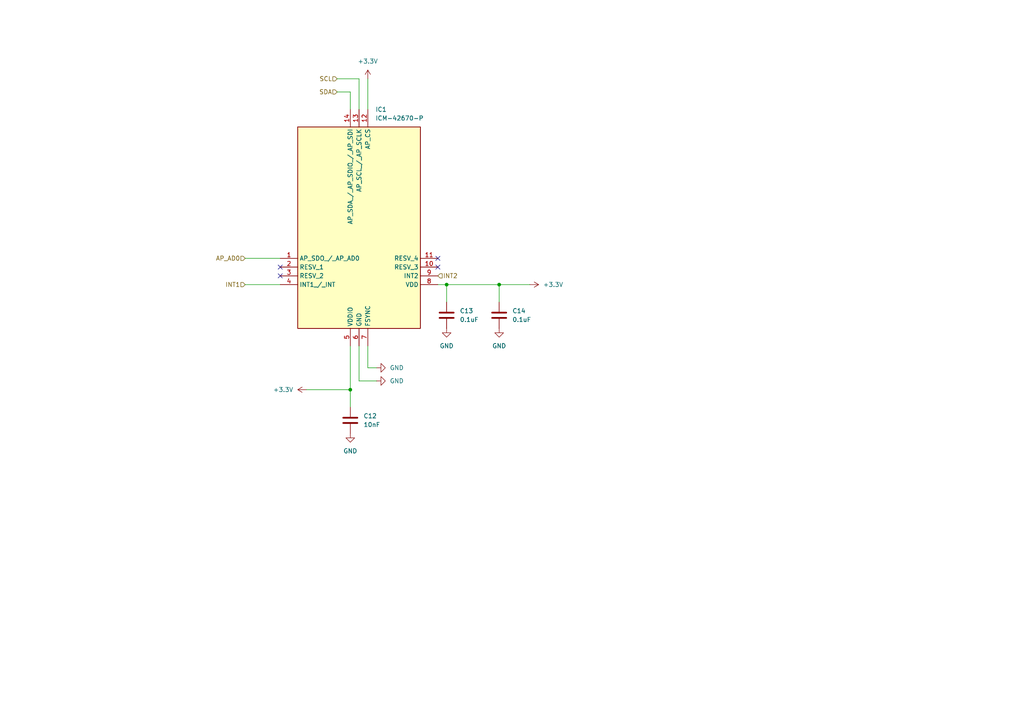
<source format=kicad_sch>
(kicad_sch (version 20250114) (generator "eeschema") (generator_version "9.0")
  (paper "A4")
  (title_block (title "IMU"))
  (lib_symbols
    (symbol "Device:C" (pin_numbers (hide yes)) (pin_names (offset 0.254))
      (property "Reference" "C" (at 0.635 2.54 0))
      (property "Value" "C" (at 0.635 -2.54 0))
      (symbol "C_0_1"
        (polyline (pts (xy -2.032 0.762) (xy 2.032 0.762)) (stroke (width 0.508)))
        (polyline (pts (xy -2.032 -0.762) (xy 2.032 -0.762)) (stroke (width 0.508)))
      )
      (symbol "C_1_1"
        (pin passive line (at 0 3.81 270) (length 2.794) (name "~") (number "1"))
        (pin passive line (at 0 -3.81 90) (length 2.794) (name "~") (number "2"))
      )
    )
    (symbol "PlajTime:ICM-42670-P"
      (property "Reference" "IC" (at 41.91 43.18 0))
      (property "Value" "ICM-42670-P" (at 41.91 40.64 0))
      (symbol "ICM-42670-P_1_1"
        (rectangle (start 5.08 38.1) (end 40.64 -20.32) (stroke (width 0.254)) (fill (type background)))
        (pin passive line (at 0 0 0) (length 5.08) (name "AP_SDO_/_AP_AD0") (number "1"))
        (pin passive line (at 0 -2.54 0) (length 5.08) (name "RESV_1") (number "2"))
        (pin passive line (at 0 -5.08 0) (length 5.08) (name "RESV_2") (number "3"))
        (pin passive line (at 0 -7.62 0) (length 5.08) (name "INT1_/_INT") (number "4"))
        (pin passive line (at 20.32 43.18 270) (length 5.08) (name "AP_SDA_/_AP_SDIO_/_AP_SDI") (number "14"))
        (pin passive line (at 20.32 -25.4 90) (length 5.08) (name "VDDIO") (number "5"))
        (pin passive line (at 22.86 43.18 270) (length 5.08) (name "AP_SCL_/_AP_SCLK") (number "13"))
        (pin passive line (at 22.86 -25.4 90) (length 5.08) (name "GND") (number "6"))
        (pin passive line (at 25.4 43.18 270) (length 5.08) (name "AP_CS") (number "12"))
        (pin passive line (at 25.4 -25.4 90) (length 5.08) (name "FSYNC") (number "7"))
        (pin passive line (at 45.72 0 180) (length 5.08) (name "RESV_4") (number "11"))
        (pin passive line (at 45.72 -2.54 180) (length 5.08) (name "RESV_3") (number "10"))
        (pin passive line (at 45.72 -5.08 180) (length 5.08) (name "INT2") (number "9"))
        (pin passive line (at 45.72 -7.62 180) (length 5.08) (name "VDD") (number "8"))
      )
    )
    (symbol "power:+3.3V" (power) (pin_numbers (hide yes)) (pin_names (offset 0) (hide yes))
      (property "Value" "+3.3V" (at 0 3.556 0))
      (symbol "+3.3V_0_1"
        (polyline (pts (xy -0.762 1.27) (xy 0 2.54)))
        (polyline (pts (xy 0 2.54) (xy 0.762 1.27)))
        (polyline (pts (xy 0 0) (xy 0 2.54)))
      )
      (symbol "+3.3V_1_1"
        (pin power_in line (at 0 0 90) (length 0) (name "~") (number "1"))
      )
    )
    (symbol "power:GND" (power) (pin_numbers (hide yes)) (pin_names (offset 0) (hide yes))
      (property "Value" "GND" (at 0 -3.81 0))
      (symbol "GND_0_1"
        (polyline (pts (xy 0 0) (xy 0 -1.27) (xy 1.27 -1.27) (xy 0 -2.54) (xy -1.27 -1.27) (xy 0 -1.27)))
      )
      (symbol "GND_1_1"
        (pin power_in line (at 0 0 270) (length 0) (name "~") (number "1"))
      )
    )
  )
  (junction (at 101.6 113.03))
  (junction (at 129.54 82.55))
  (junction (at 144.78 82.55))
  (no_connect (at 81.28 80.01))
  (no_connect (at 127 74.93))
  (no_connect (at 81.28 77.47))
  (no_connect (at 127 77.47))
  (wire (pts (xy 109.22 106.68) (xy 106.68 106.68)))
  (wire (pts (xy 144.78 82.55) (xy 153.67 82.55)))
  (wire (pts (xy 127 82.55) (xy 129.54 82.55)))
  (wire (pts (xy 71.12 74.93) (xy 81.28 74.93)))
  (wire (pts (xy 144.78 82.55) (xy 144.78 87.63)))
  (wire (pts (xy 101.6 26.67) (xy 101.6 31.75)))
  (wire (pts (xy 109.22 110.49) (xy 104.14 110.49)))
  (wire (pts (xy 97.79 26.67) (xy 101.6 26.67)))
  (wire (pts (xy 104.14 22.86) (xy 104.14 31.75)))
  (wire (pts (xy 101.6 113.03) (xy 101.6 118.11)))
  (wire (pts (xy 104.14 110.49) (xy 104.14 100.33)))
  (wire (pts (xy 129.54 82.55) (xy 144.78 82.55)))
  (wire (pts (xy 71.12 82.55) (xy 81.28 82.55)))
  (wire (pts (xy 106.68 22.86) (xy 106.68 31.75)))
  (wire (pts (xy 106.68 106.68) (xy 106.68 100.33)))
  (wire (pts (xy 101.6 113.03) (xy 88.9 113.03)))
  (wire (pts (xy 101.6 100.33) (xy 101.6 113.03)))
  (wire (pts (xy 129.54 82.55) (xy 129.54 87.63)))
  (wire (pts (xy 97.79 22.86) (xy 104.14 22.86)))
  (hierarchical_label "INT1" (shape input) (at 71.12 82.55 180))
  (hierarchical_label "SDA" (shape input) (at 97.79 26.67 180))
  (hierarchical_label "SCL" (shape input) (at 97.79 22.86 180))
  (hierarchical_label "AP_AD0" (shape input) (at 71.12 74.93 180))
  (hierarchical_label "INT2" (shape input) (at 127 80.01 0))
  (symbol (lib_id "power:+3.3V") (at 88.9 113.03 90) (unit 1)
    (property "Reference" "#PWR027" (effects (hide yes)))
    (property "Value" "+3.3V" (at 85.09 113.0299 90) (effects (justify left)))
    (property "Description" "Power symbol creates a global label with name \"+3.3V\"" (effects (hide yes)))
  )
  (symbol (lib_id "power:GND") (at 101.6 125.73 0) (unit 1)
    (property "Reference" "#PWR028" (effects (hide yes)))
    (property "Value" "GND" (at 101.6 130.81 0))
    (property "Description" "Power symbol creates a global label with name \"GND\" , ground" (effects (hide yes)))
  )
  (symbol (lib_id "Device:C") (at 129.54 91.44 0) (unit 1)
    (property "Reference" "C13" (at 133.35 90.1699 0) (effects (justify left)))
    (property "Value" "0.1uF" (at 133.35 92.7099 0) (effects (justify left)))
    (property "Footprint" "Capacitor_SMD:C_0201_0603Metric" (effects (hide yes)))
    (property "Description" "Unpolarized capacitor" (effects (hide yes)))
  )
  (symbol (lib_id "PlajTime:ICM-42670-P") (at 81.28 74.93 0) (unit 1)
    (property "Reference" "IC1" (at 108.8741 31.75 0) (effects (justify left)))
    (property "Value" "ICM-42670-P" (at 108.8741 34.29 0) (effects (justify left)))
    (property "Footprint" "PlajTime_Library:ICM42670P" (effects (hide yes)))
    (property "Datasheet" "https://3cfeqx1hf82y3xcoull08ihx-wpengine.netdna-ssl.com/wp-content/uploads/2021/07/DS-000451-ICM-42670-P-v1.0.pdf" (effects (hide yes)))
    (property "Description" "IMUs - Inertial Measurement Units Low-Power, Premium Performance 6-Axis MotionTrackingTM IMU with I3C, I2C and SPI interface in 2.5mm x 3mm Package" (effects (hide yes)))
    (property "Mouser Part Number" "410-ICM-42670-P" (effects (hide yes)))
    (property "Mouser Price/Stock" "https://www.mouser.co.uk/ProductDetail/TDK-InvenSense/ICM-42670-P?qs=iLbezkQI%252BsgK8sMF5V7fQQ%3D%3D" (effects (hide yes)))
    (property "Manufacturer_Name" "TDK" (effects (hide yes)))
    (property "Manufacturer_Part_Number" "ICM-42670-P" (effects (hide yes)))
  )
  (symbol (lib_id "power:GND") (at 109.22 110.49 90) (unit 1)
    (property "Reference" "#PWR031" (effects (hide yes)))
    (property "Value" "GND" (at 113.03 110.4899 90) (effects (justify right)))
    (property "Description" "Power symbol creates a global label with name \"GND\" , ground" (effects (hide yes)))
  )
  (symbol (lib_id "power:GND") (at 109.22 106.68 90) (unit 1)
    (property "Reference" "#PWR030" (effects (hide yes)))
    (property "Value" "GND" (at 113.03 106.6799 90) (effects (justify right)))
    (property "Description" "Power symbol creates a global label with name \"GND\" , ground" (effects (hide yes)))
  )
  (symbol (lib_id "power:+3.3V") (at 106.68 22.86 0) (unit 1)
    (property "Reference" "#PWR029" (effects (hide yes)))
    (property "Value" "+3.3V" (at 106.68 17.78 0))
    (property "Description" "Power symbol creates a global label with name \"+3.3V\"" (effects (hide yes)))
  )
  (symbol (lib_id "Device:C") (at 101.6 121.92 0) (unit 1)
    (property "Reference" "C12" (at 105.41 120.6499 0) (effects (justify left)))
    (property "Value" "10nF" (at 105.41 123.1899 0) (effects (justify left)))
    (property "Footprint" "Capacitor_SMD:C_0201_0603Metric" (effects (hide yes)))
    (property "Description" "Unpolarized capacitor" (effects (hide yes)))
  )
  (symbol (lib_id "power:GND") (at 129.54 95.25 0) (unit 1)
    (property "Reference" "#PWR032" (effects (hide yes)))
    (property "Value" "GND" (at 129.54 100.33 0))
    (property "Description" "Power symbol creates a global label with name \"GND\" , ground" (effects (hide yes)))
  )
  (symbol (lib_id "power:+3.3V") (at 153.67 82.55 270) (unit 1)
    (property "Reference" "#PWR034" (effects (hide yes)))
    (property "Value" "+3.3V" (at 157.48 82.5499 90) (effects (justify left)))
    (property "Description" "Power symbol creates a global label with name \"+3.3V\"" (effects (hide yes)))
  )
  (symbol (lib_id "power:GND") (at 144.78 95.25 0) (unit 1)
    (property "Reference" "#PWR033" (effects (hide yes)))
    (property "Value" "GND" (at 144.78 100.33 0))
    (property "Description" "Power symbol creates a global label with name \"GND\" , ground" (effects (hide yes)))
  )
  (symbol (lib_id "Device:C") (at 144.78 91.44 0) (unit 1)
    (property "Reference" "C14" (at 148.59 90.1699 0) (effects (justify left)))
    (property "Value" "0.1uF" (at 148.59 92.7099 0) (effects (justify left)))
    (property "Footprint" "Capacitor_SMD:C_0201_0603Metric" (effects (hide yes)))
    (property "Description" "Unpolarized capacitor" (effects (hide yes)))
  )
)
</source>
